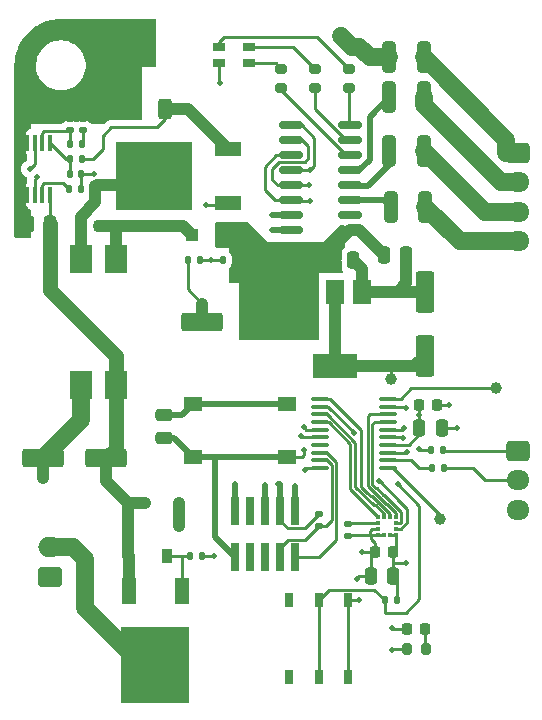
<source format=gtl>
%TF.GenerationSoftware,KiCad,Pcbnew,(6.0.1-0)*%
%TF.CreationDate,2022-12-01T23:09:06-06:00*%
%TF.ProjectId,tackle_sensor_hardware,7461636b-6c65-45f7-9365-6e736f725f68,rev?*%
%TF.SameCoordinates,Original*%
%TF.FileFunction,Copper,L1,Top*%
%TF.FilePolarity,Positive*%
%FSLAX46Y46*%
G04 Gerber Fmt 4.6, Leading zero omitted, Abs format (unit mm)*
G04 Created by KiCad (PCBNEW (6.0.1-0)) date 2022-12-01 23:09:06*
%MOMM*%
%LPD*%
G01*
G04 APERTURE LIST*
G04 Aperture macros list*
%AMRoundRect*
0 Rectangle with rounded corners*
0 $1 Rounding radius*
0 $2 $3 $4 $5 $6 $7 $8 $9 X,Y pos of 4 corners*
0 Add a 4 corners polygon primitive as box body*
4,1,4,$2,$3,$4,$5,$6,$7,$8,$9,$2,$3,0*
0 Add four circle primitives for the rounded corners*
1,1,$1+$1,$2,$3*
1,1,$1+$1,$4,$5*
1,1,$1+$1,$6,$7*
1,1,$1+$1,$8,$9*
0 Add four rect primitives between the rounded corners*
20,1,$1+$1,$2,$3,$4,$5,0*
20,1,$1+$1,$4,$5,$6,$7,0*
20,1,$1+$1,$6,$7,$8,$9,0*
20,1,$1+$1,$8,$9,$2,$3,0*%
G04 Aperture macros list end*
%TA.AperFunction,SMDPad,CuDef*%
%ADD10RoundRect,0.200000X-0.275000X0.200000X-0.275000X-0.200000X0.275000X-0.200000X0.275000X0.200000X0*%
%TD*%
%TA.AperFunction,ComponentPad*%
%ADD11RoundRect,0.250000X-0.725000X0.600000X-0.725000X-0.600000X0.725000X-0.600000X0.725000X0.600000X0*%
%TD*%
%TA.AperFunction,ComponentPad*%
%ADD12O,1.950000X1.700000*%
%TD*%
%TA.AperFunction,SMDPad,CuDef*%
%ADD13R,0.450000X1.450000*%
%TD*%
%TA.AperFunction,SMDPad,CuDef*%
%ADD14RoundRect,0.135000X-0.135000X-0.185000X0.135000X-0.185000X0.135000X0.185000X-0.135000X0.185000X0*%
%TD*%
%TA.AperFunction,SMDPad,CuDef*%
%ADD15R,0.760000X2.400000*%
%TD*%
%TA.AperFunction,SMDPad,CuDef*%
%ADD16C,1.000000*%
%TD*%
%TA.AperFunction,SMDPad,CuDef*%
%ADD17RoundRect,0.250000X0.312500X0.625000X-0.312500X0.625000X-0.312500X-0.625000X0.312500X-0.625000X0*%
%TD*%
%TA.AperFunction,SMDPad,CuDef*%
%ADD18R,0.700000X1.200000*%
%TD*%
%TA.AperFunction,SMDPad,CuDef*%
%ADD19RoundRect,0.225000X0.225000X0.250000X-0.225000X0.250000X-0.225000X-0.250000X0.225000X-0.250000X0*%
%TD*%
%TA.AperFunction,SMDPad,CuDef*%
%ADD20RoundRect,0.250000X0.312500X1.075000X-0.312500X1.075000X-0.312500X-1.075000X0.312500X-1.075000X0*%
%TD*%
%TA.AperFunction,SMDPad,CuDef*%
%ADD21R,0.350000X0.375000*%
%TD*%
%TA.AperFunction,SMDPad,CuDef*%
%ADD22R,0.375000X0.350000*%
%TD*%
%TA.AperFunction,SMDPad,CuDef*%
%ADD23RoundRect,0.225000X-0.225000X-0.250000X0.225000X-0.250000X0.225000X0.250000X-0.225000X0.250000X0*%
%TD*%
%TA.AperFunction,ComponentPad*%
%ADD24RoundRect,0.250000X0.750000X-0.600000X0.750000X0.600000X-0.750000X0.600000X-0.750000X-0.600000X0*%
%TD*%
%TA.AperFunction,ComponentPad*%
%ADD25O,2.000000X1.700000*%
%TD*%
%TA.AperFunction,SMDPad,CuDef*%
%ADD26RoundRect,0.200000X0.200000X0.275000X-0.200000X0.275000X-0.200000X-0.275000X0.200000X-0.275000X0*%
%TD*%
%TA.AperFunction,SMDPad,CuDef*%
%ADD27RoundRect,0.250000X0.250000X0.475000X-0.250000X0.475000X-0.250000X-0.475000X0.250000X-0.475000X0*%
%TD*%
%TA.AperFunction,SMDPad,CuDef*%
%ADD28RoundRect,0.250000X1.500000X0.550000X-1.500000X0.550000X-1.500000X-0.550000X1.500000X-0.550000X0*%
%TD*%
%TA.AperFunction,SMDPad,CuDef*%
%ADD29RoundRect,0.135000X-0.185000X0.135000X-0.185000X-0.135000X0.185000X-0.135000X0.185000X0.135000X0*%
%TD*%
%TA.AperFunction,SMDPad,CuDef*%
%ADD30C,0.254000*%
%TD*%
%TA.AperFunction,SMDPad,CuDef*%
%ADD31RoundRect,0.250000X0.550000X-1.500000X0.550000X1.500000X-0.550000X1.500000X-0.550000X-1.500000X0*%
%TD*%
%TA.AperFunction,SMDPad,CuDef*%
%ADD32R,1.550000X1.300000*%
%TD*%
%TA.AperFunction,SMDPad,CuDef*%
%ADD33RoundRect,0.100000X0.637500X0.100000X-0.637500X0.100000X-0.637500X-0.100000X0.637500X-0.100000X0*%
%TD*%
%TA.AperFunction,SMDPad,CuDef*%
%ADD34RoundRect,0.150000X-0.825000X-0.150000X0.825000X-0.150000X0.825000X0.150000X-0.825000X0.150000X0*%
%TD*%
%TA.AperFunction,SMDPad,CuDef*%
%ADD35RoundRect,0.135000X0.135000X0.185000X-0.135000X0.185000X-0.135000X-0.185000X0.135000X-0.185000X0*%
%TD*%
%TA.AperFunction,SMDPad,CuDef*%
%ADD36R,1.955800X2.362200*%
%TD*%
%TA.AperFunction,SMDPad,CuDef*%
%ADD37R,1.200000X2.200000*%
%TD*%
%TA.AperFunction,SMDPad,CuDef*%
%ADD38R,5.800000X6.400000*%
%TD*%
%TA.AperFunction,SMDPad,CuDef*%
%ADD39RoundRect,0.140000X0.170000X-0.140000X0.170000X0.140000X-0.170000X0.140000X-0.170000X-0.140000X0*%
%TD*%
%TA.AperFunction,SMDPad,CuDef*%
%ADD40RoundRect,0.140000X-0.140000X-0.170000X0.140000X-0.170000X0.140000X0.170000X-0.140000X0.170000X0*%
%TD*%
%TA.AperFunction,SMDPad,CuDef*%
%ADD41RoundRect,0.218750X0.218750X0.256250X-0.218750X0.256250X-0.218750X-0.256250X0.218750X-0.256250X0*%
%TD*%
%TA.AperFunction,SMDPad,CuDef*%
%ADD42R,1.500000X2.000000*%
%TD*%
%TA.AperFunction,SMDPad,CuDef*%
%ADD43R,3.800000X2.000000*%
%TD*%
%TA.AperFunction,SMDPad,CuDef*%
%ADD44RoundRect,0.250000X-0.250000X-0.475000X0.250000X-0.475000X0.250000X0.475000X-0.250000X0.475000X0*%
%TD*%
%TA.AperFunction,SMDPad,CuDef*%
%ADD45R,2.200000X1.200000*%
%TD*%
%TA.AperFunction,SMDPad,CuDef*%
%ADD46R,6.400000X5.800000*%
%TD*%
%TA.AperFunction,SMDPad,CuDef*%
%ADD47R,0.900000X1.200000*%
%TD*%
%TA.AperFunction,SMDPad,CuDef*%
%ADD48R,1.000000X0.800000*%
%TD*%
%TA.AperFunction,SMDPad,CuDef*%
%ADD49RoundRect,0.250000X-0.312500X-1.075000X0.312500X-1.075000X0.312500X1.075000X-0.312500X1.075000X0*%
%TD*%
%TA.AperFunction,SMDPad,CuDef*%
%ADD50RoundRect,0.250000X0.475000X-0.250000X0.475000X0.250000X-0.475000X0.250000X-0.475000X-0.250000X0*%
%TD*%
%TA.AperFunction,SMDPad,CuDef*%
%ADD51R,1.100000X1.100000*%
%TD*%
%TA.AperFunction,ViaPad*%
%ADD52C,0.500000*%
%TD*%
%TA.AperFunction,Conductor*%
%ADD53C,1.016000*%
%TD*%
%TA.AperFunction,Conductor*%
%ADD54C,0.228600*%
%TD*%
%TA.AperFunction,Conductor*%
%ADD55C,1.524000*%
%TD*%
%TA.AperFunction,Conductor*%
%ADD56C,0.508000*%
%TD*%
%TA.AperFunction,Conductor*%
%ADD57C,0.254000*%
%TD*%
%TA.AperFunction,Conductor*%
%ADD58C,1.270000*%
%TD*%
G04 APERTURE END LIST*
D10*
%TO.P,R14,1*%
%TO.N,Net-(D4-Pad3)*%
X143764000Y-74574400D03*
%TO.P,R14,2*%
%TO.N,Net-(R14-Pad2)*%
X143764000Y-76224400D03*
%TD*%
D11*
%TO.P,J3,1,Pin_1*%
%TO.N,Net-(J3-Pad1)*%
X163796200Y-106923200D03*
D12*
%TO.P,J3,2,Pin_2*%
%TO.N,Net-(J3-Pad2)*%
X163796200Y-109423200D03*
%TO.P,J3,3,Pin_3*%
%TO.N,GND*%
X163796200Y-111923200D03*
%TD*%
D13*
%TO.P,U2,1,ISEN*%
%TO.N,Net-(C8-Pad1)*%
X124165000Y-80858000D03*
%TO.P,U2,2,COMP*%
%TO.N,Net-(C5-Pad1)*%
X123515000Y-80858000D03*
%TO.P,U2,3,FB*%
%TO.N,Net-(R8-Pad2)*%
X122865000Y-80858000D03*
%TO.P,U2,4,AGND*%
%TO.N,GND*%
X122215000Y-80858000D03*
%TO.P,U2,5,PGND*%
X122215000Y-85258000D03*
%TO.P,U2,6,DR*%
%TO.N,Net-(Q2-Pad1)*%
X122865000Y-85258000D03*
%TO.P,U2,7,FA/SYNC/SD*%
%TO.N,Net-(R4-Pad1)*%
X123515000Y-85258000D03*
%TO.P,U2,8,VIN*%
%TO.N,Net-(C2-Pad1)*%
X124165000Y-85258000D03*
%TD*%
D14*
%TO.P,R16,1*%
%TO.N,TACKLE_STATUS*%
X156514800Y-108407200D03*
%TO.P,R16,2*%
%TO.N,Net-(J3-Pad2)*%
X157534800Y-108407200D03*
%TD*%
D15*
%TO.P,J1,1,VTref*%
%TO.N,+3V3*%
X144932400Y-112045200D03*
%TO.P,J1,2,SWDIO/TMS*%
%TO.N,/SWDIO*%
X144932400Y-115945200D03*
%TO.P,J1,3,GND*%
%TO.N,GND*%
X143662400Y-112045200D03*
%TO.P,J1,4,SWDCLK/TCK*%
%TO.N,/SWCLK*%
X143662400Y-115945200D03*
%TO.P,J1,5,GND*%
%TO.N,GND*%
X142392400Y-112045200D03*
%TO.P,J1,6,SWO/TDO*%
%TO.N,unconnected-(J1-Pad6)*%
X142392400Y-115945200D03*
%TO.P,J1,7,KEY*%
%TO.N,unconnected-(J1-Pad7)*%
X141122400Y-112045200D03*
%TO.P,J1,8,NC/TDI*%
%TO.N,unconnected-(J1-Pad8)*%
X141122400Y-115945200D03*
%TO.P,J1,9,GNDDetect*%
%TO.N,GND*%
X139852400Y-112045200D03*
%TO.P,J1,10,~{RESET}*%
%TO.N,/RST*%
X139852400Y-115945200D03*
%TD*%
D16*
%TO.P,TP1,1,1*%
%TO.N,GND*%
X135128000Y-111379000D03*
%TD*%
D17*
%TO.P,R7,1*%
%TO.N,Net-(Q2-Pad2)*%
X133938200Y-77978000D03*
%TO.P,R7,2*%
%TO.N,GND*%
X131013200Y-77978000D03*
%TD*%
D14*
%TO.P,R1,1*%
%TO.N,Net-(D1-Pad2)*%
X136017000Y-115824000D03*
%TO.P,R1,2*%
%TO.N,GND*%
X137037000Y-115824000D03*
%TD*%
D18*
%TO.P,SW2,1,A*%
%TO.N,unconnected-(SW2-Pad1)*%
X144439000Y-119559000D03*
%TO.P,SW2,2,B*%
%TO.N,Net-(R5-Pad2)*%
X146939000Y-119559000D03*
%TO.P,SW2,3,C*%
%TO.N,GND*%
X149439000Y-119559000D03*
%TO.P,SW2,4,A*%
%TO.N,unconnected-(SW2-Pad4)*%
X144439000Y-126059000D03*
%TO.P,SW2,5,B*%
%TO.N,Net-(R5-Pad2)*%
X146939000Y-126059000D03*
%TO.P,SW2,6,C*%
%TO.N,GND*%
X149439000Y-126059000D03*
%TD*%
D19*
%TO.P,C11,1*%
%TO.N,+3V3*%
X153238800Y-115519200D03*
%TO.P,C11,2*%
%TO.N,GND*%
X151688800Y-115519200D03*
%TD*%
D20*
%TO.P,R19,1*%
%TO.N,Net-(J4-Pad4)*%
X155934600Y-86258400D03*
%TO.P,R19,2*%
%TO.N,Net-(R19-Pad2)*%
X153009600Y-86258400D03*
%TD*%
%TO.P,R17,1*%
%TO.N,Net-(J4-Pad3)*%
X155833000Y-81534000D03*
%TO.P,R17,2*%
%TO.N,Net-(R17-Pad2)*%
X152908000Y-81534000D03*
%TD*%
D21*
%TO.P,U3,1,SCL/SPC*%
%TO.N,/SPI1_SCK*%
X153454800Y-112521500D03*
%TO.P,U3,2,~{CS}*%
%TO.N,/SPI1_NSS*%
X152954800Y-112521500D03*
%TO.P,U3,3,SA0/SDO*%
%TO.N,/SPI1_MISO*%
X152454800Y-112521500D03*
%TO.P,U3,4,SDA/SDI*%
%TO.N,/SPI1_MOSI*%
X151954800Y-112521500D03*
D22*
%TO.P,U3,5,RES*%
%TO.N,Net-(R10-Pad1)*%
X151942300Y-113034000D03*
%TO.P,U3,6,GND*%
%TO.N,GND*%
X151942300Y-113534000D03*
D21*
%TO.P,U3,7,GND*%
X151954800Y-114046500D03*
%TO.P,U3,8,GND*%
X152454800Y-114046500D03*
%TO.P,U3,9,Vdd*%
%TO.N,+3V3*%
X152954800Y-114046500D03*
%TO.P,U3,10,Vdd_IO*%
X153454800Y-114046500D03*
D22*
%TO.P,U3,11,INT2*%
%TO.N,/ACC_INT2*%
X153467300Y-113534000D03*
%TO.P,U3,12,INT1*%
%TO.N,/ACC_INT1*%
X153467300Y-113034000D03*
%TD*%
D23*
%TO.P,C7,1*%
%TO.N,+3V3*%
X155422000Y-103022400D03*
%TO.P,C7,2*%
%TO.N,GND*%
X156972000Y-103022400D03*
%TD*%
D24*
%TO.P,J2,1,Pin_1*%
%TO.N,GND*%
X124206000Y-117602000D03*
D25*
%TO.P,J2,2,Pin_2*%
%TO.N,Net-(J2-Pad2)*%
X124206000Y-115102000D03*
%TD*%
D26*
%TO.P,R12,1*%
%TO.N,Net-(D3-Pad1)*%
X156006800Y-123748800D03*
%TO.P,R12,2*%
%TO.N,GND*%
X154356800Y-123748800D03*
%TD*%
D27*
%TO.P,C3,1*%
%TO.N,Net-(C2-Pad1)*%
X124206000Y-87757000D03*
%TO.P,C3,2*%
%TO.N,GND*%
X122306000Y-87757000D03*
%TD*%
D28*
%TO.P,C2,1*%
%TO.N,Net-(C2-Pad1)*%
X128938000Y-107569000D03*
%TO.P,C2,2*%
%TO.N,GND*%
X123538000Y-107569000D03*
%TD*%
D29*
%TO.P,R3,1*%
%TO.N,GND*%
X146964400Y-112264000D03*
%TO.P,R3,2*%
%TO.N,/SWCLK*%
X146964400Y-113284000D03*
%TD*%
D10*
%TO.P,R11,1*%
%TO.N,Net-(D4-Pad1)*%
X149453600Y-74574400D03*
%TO.P,R11,2*%
%TO.N,Net-(R11-Pad2)*%
X149453600Y-76224400D03*
%TD*%
D14*
%TO.P,R4,1*%
%TO.N,Net-(R4-Pad1)*%
X125776800Y-84785200D03*
%TO.P,R4,2*%
%TO.N,GND*%
X126796800Y-84785200D03*
%TD*%
D30*
%TO.P,TP11,1,1*%
%TO.N,/SPI1_SCK*%
X152654000Y-111455200D03*
%TD*%
D31*
%TO.P,C15,1*%
%TO.N,+3V3*%
X155905200Y-98864400D03*
%TO.P,C15,2*%
%TO.N,GND*%
X155905200Y-93464400D03*
%TD*%
D32*
%TO.P,SW1,1,1*%
%TO.N,/RST*%
X144238800Y-107456800D03*
X136278800Y-107456800D03*
%TO.P,SW1,2,2*%
%TO.N,GND*%
X144238800Y-102956800D03*
X136278800Y-102956800D03*
%TD*%
D16*
%TO.P,TP7,1,1*%
%TO.N,UART_RX*%
X161950400Y-101650800D03*
%TD*%
D33*
%TO.P,U1,1,PB7/PB8*%
%TO.N,Net-(TP4-Pad1)*%
X152773300Y-108385800D03*
%TO.P,U1,2,PB9/PC14-OSC32_IN*%
%TO.N,TACKLE_STATUS*%
X152773300Y-107735800D03*
%TO.P,U1,3,PC15-OSC32_OUT*%
%TO.N,Net-(R5-Pad2)*%
X152773300Y-107085800D03*
%TO.P,U1,4,VDD*%
%TO.N,+3V3*%
X152773300Y-106435800D03*
%TO.P,U1,5,VSS*%
%TO.N,GND*%
X152773300Y-105785800D03*
%TO.P,U1,6,PF2-NRST*%
%TO.N,/RST*%
X152773300Y-105135800D03*
%TO.P,U1,7,PA0*%
%TO.N,/ACC_INT1*%
X152773300Y-104485800D03*
%TO.P,U1,8,PA1*%
%TO.N,/SPI1_SCK*%
X152773300Y-103835800D03*
%TO.P,U1,9,PA2*%
%TO.N,UART_TX*%
X152773300Y-103185800D03*
%TO.P,U1,10,PA3*%
%TO.N,UART_RX*%
X152773300Y-102535800D03*
%TO.P,U1,11,PA4*%
%TO.N,/SPI1_NSS*%
X147048300Y-102535800D03*
%TO.P,U1,12,PA5*%
%TO.N,/ACC_INT2*%
X147048300Y-103185800D03*
%TO.P,U1,13,PA6*%
%TO.N,/SPI1_MISO*%
X147048300Y-103835800D03*
%TO.P,U1,14,PA7*%
%TO.N,/SPI1_MOSI*%
X147048300Y-104485800D03*
%TO.P,U1,15,PB0/PB1/PB2/PA8*%
%TO.N,B_PWM*%
X147048300Y-105135800D03*
%TO.P,U1,16,PA11[PA9]*%
%TO.N,G_PWM*%
X147048300Y-105785800D03*
%TO.P,U1,17,PA12[PA10]*%
%TO.N,unconnected-(U1-Pad17)*%
X147048300Y-106435800D03*
%TO.P,U1,18,PA13*%
%TO.N,/SWDIO*%
X147048300Y-107085800D03*
%TO.P,U1,19,PA15/PA14-BOOT0*%
%TO.N,/SWCLK*%
X147048300Y-107735800D03*
%TO.P,U1,20,PB3/PB4/PB5/PB6*%
%TO.N,R_PWM*%
X147048300Y-108385800D03*
%TD*%
D14*
%TO.P,R18,1*%
%TO.N,UART_TX*%
X156464000Y-106883200D03*
%TO.P,R18,2*%
%TO.N,Net-(J3-Pad1)*%
X157484000Y-106883200D03*
%TD*%
D27*
%TO.P,C9,1*%
%TO.N,+3V3*%
X153233200Y-117500400D03*
%TO.P,C9,2*%
%TO.N,GND*%
X151333200Y-117500400D03*
%TD*%
D34*
%TO.P,U5,1,I1*%
%TO.N,R_PWM*%
X144591000Y-79375000D03*
%TO.P,U5,2,I2*%
%TO.N,G_PWM*%
X144591000Y-80645000D03*
%TO.P,U5,3,I3*%
%TO.N,B_PWM*%
X144591000Y-81915000D03*
%TO.P,U5,4,I4*%
%TO.N,R_PWM*%
X144591000Y-83185000D03*
%TO.P,U5,5,I5*%
%TO.N,G_PWM*%
X144591000Y-84455000D03*
%TO.P,U5,6,I6*%
%TO.N,B_PWM*%
X144591000Y-85725000D03*
%TO.P,U5,7,I7*%
%TO.N,GND*%
X144591000Y-86995000D03*
%TO.P,U5,8,GND*%
X144591000Y-88265000D03*
%TO.P,U5,9,COM*%
%TO.N,+12V*%
X149541000Y-88265000D03*
%TO.P,U5,10,O7*%
%TO.N,unconnected-(U5-Pad10)*%
X149541000Y-86995000D03*
%TO.P,U5,11,O6*%
%TO.N,Net-(R19-Pad2)*%
X149541000Y-85725000D03*
%TO.P,U5,12,O5*%
%TO.N,Net-(R17-Pad2)*%
X149541000Y-84455000D03*
%TO.P,U5,13,O4*%
%TO.N,Net-(R15-Pad2)*%
X149541000Y-83185000D03*
%TO.P,U5,14,O3*%
%TO.N,Net-(R14-Pad2)*%
X149541000Y-81915000D03*
%TO.P,U5,15,O2*%
%TO.N,Net-(R13-Pad2)*%
X149541000Y-80645000D03*
%TO.P,U5,16,O1*%
%TO.N,Net-(R11-Pad2)*%
X149541000Y-79375000D03*
%TD*%
D30*
%TO.P,TP13,1,1*%
%TO.N,/ACC_INT1*%
X152400000Y-110642400D03*
%TD*%
%TO.P,TP8,1,1*%
%TO.N,/SPI1_NSS*%
X151028400Y-110490000D03*
%TD*%
D35*
%TO.P,R9,1*%
%TO.N,Net-(R8-Pad2)*%
X136855200Y-90779600D03*
%TO.P,R9,2*%
%TO.N,GND*%
X135835200Y-90779600D03*
%TD*%
D14*
%TO.P,R2,1*%
%TO.N,Net-(C5-Pad1)*%
X125827600Y-80970000D03*
%TO.P,R2,2*%
%TO.N,Net-(C6-Pad1)*%
X126847600Y-80970000D03*
%TD*%
D36*
%TO.P,T1,1,AA*%
%TO.N,Net-(C10-Pad1)*%
X129770000Y-90690700D03*
%TO.P,T1,2,AB*%
%TO.N,Net-(C10-Pad2)*%
X126770000Y-90690700D03*
%TO.P,T1,3,SA*%
%TO.N,GND*%
X126770000Y-101333300D03*
%TO.P,T1,4,SB*%
%TO.N,Net-(C2-Pad1)*%
X129770000Y-101333300D03*
%TD*%
D35*
%TO.P,R8,1*%
%TO.N,+12V*%
X139801600Y-90779600D03*
%TO.P,R8,2*%
%TO.N,Net-(R8-Pad2)*%
X138781600Y-90779600D03*
%TD*%
%TO.P,R5,1*%
%TO.N,+3V3*%
X153519600Y-119583200D03*
%TO.P,R5,2*%
%TO.N,Net-(R5-Pad2)*%
X152499600Y-119583200D03*
%TD*%
D37*
%TO.P,Q1,1,G*%
%TO.N,Net-(D1-Pad2)*%
X135377000Y-118771000D03*
D38*
%TO.P,Q1,2,D*%
%TO.N,Net-(J2-Pad2)*%
X133097000Y-125071000D03*
D37*
%TO.P,Q1,3,S*%
%TO.N,Net-(C2-Pad1)*%
X130817000Y-118771000D03*
%TD*%
D39*
%TO.P,C6,1*%
%TO.N,Net-(C6-Pad1)*%
X127000000Y-79801600D03*
%TO.P,C6,2*%
%TO.N,GND*%
X127000000Y-78841600D03*
%TD*%
D10*
%TO.P,R13,1*%
%TO.N,Net-(D4-Pad4)*%
X146608800Y-74574400D03*
%TO.P,R13,2*%
%TO.N,Net-(R13-Pad2)*%
X146608800Y-76224400D03*
%TD*%
D40*
%TO.P,C8,1*%
%TO.N,Net-(C8-Pad1)*%
X125831600Y-83459200D03*
%TO.P,C8,2*%
%TO.N,GND*%
X126791600Y-83459200D03*
%TD*%
D41*
%TO.P,D3,1,K*%
%TO.N,Net-(D3-Pad1)*%
X155943800Y-122021600D03*
%TO.P,D3,2,A*%
%TO.N,+3V3*%
X154368800Y-122021600D03*
%TD*%
D14*
%TO.P,R6,1*%
%TO.N,Net-(C8-Pad1)*%
X125829600Y-82189200D03*
%TO.P,R6,2*%
%TO.N,Net-(Q2-Pad2)*%
X126849600Y-82189200D03*
%TD*%
D39*
%TO.P,C5,1*%
%TO.N,Net-(C5-Pad1)*%
X125831600Y-79801600D03*
%TO.P,C5,2*%
%TO.N,GND*%
X125831600Y-78841600D03*
%TD*%
D11*
%TO.P,J4,1,Pin_1*%
%TO.N,Net-(F1-Pad2)*%
X163796200Y-81701000D03*
D12*
%TO.P,J4,2,Pin_2*%
%TO.N,Net-(J4-Pad2)*%
X163796200Y-84201000D03*
%TO.P,J4,3,Pin_3*%
%TO.N,Net-(J4-Pad3)*%
X163796200Y-86701000D03*
%TO.P,J4,4,Pin_4*%
%TO.N,Net-(J4-Pad4)*%
X163796200Y-89201000D03*
%TD*%
D19*
%TO.P,C10,1*%
%TO.N,Net-(C10-Pad1)*%
X128320800Y-87884000D03*
%TO.P,C10,2*%
%TO.N,Net-(C10-Pad2)*%
X126770800Y-87884000D03*
%TD*%
D42*
%TO.P,U4,1,GND*%
%TO.N,GND*%
X150585200Y-93471600D03*
%TO.P,U4,2,VO*%
%TO.N,+3V3*%
X148285200Y-93471600D03*
D43*
X148285200Y-99771600D03*
D42*
%TO.P,U4,3,VI*%
%TO.N,+12V*%
X145985200Y-93471600D03*
%TD*%
D44*
%TO.P,C14,1*%
%TO.N,+12V*%
X152430400Y-90322400D03*
%TO.P,C14,2*%
%TO.N,GND*%
X154330400Y-90322400D03*
%TD*%
D28*
%TO.P,C12,1*%
%TO.N,+12V*%
X142652400Y-96012000D03*
%TO.P,C12,2*%
%TO.N,GND*%
X137052400Y-96012000D03*
%TD*%
D44*
%TO.P,C13,1*%
%TO.N,+12V*%
X147960000Y-90779600D03*
%TO.P,C13,2*%
%TO.N,GND*%
X149860000Y-90779600D03*
%TD*%
D30*
%TO.P,TP2,1,1*%
%TO.N,/RST*%
X138176000Y-109931200D03*
%TD*%
%TO.P,TP10,1,1*%
%TO.N,/SPI1_MISO*%
X151688800Y-111556800D03*
%TD*%
D45*
%TO.P,Q2,1,G*%
%TO.N,Net-(Q2-Pad1)*%
X139242200Y-85946600D03*
D46*
%TO.P,Q2,2,D*%
%TO.N,Net-(C10-Pad2)*%
X132942200Y-83666600D03*
D45*
%TO.P,Q2,3,S*%
%TO.N,Net-(Q2-Pad2)*%
X139242200Y-81386600D03*
%TD*%
D30*
%TO.P,TP14,1,1*%
%TO.N,/ACC_INT2*%
X153822400Y-111252000D03*
%TD*%
D44*
%TO.P,C4,1*%
%TO.N,+3V3*%
X155427600Y-105003600D03*
%TO.P,C4,2*%
%TO.N,GND*%
X157327600Y-105003600D03*
%TD*%
D47*
%TO.P,D1,1,K*%
%TO.N,Net-(C2-Pad1)*%
X130811000Y-115824000D03*
%TO.P,D1,2,A*%
%TO.N,Net-(D1-Pad2)*%
X134111000Y-115824000D03*
%TD*%
D16*
%TO.P,TP4,1,1*%
%TO.N,Net-(TP4-Pad1)*%
X157226000Y-112725200D03*
%TD*%
D29*
%TO.P,R10,1*%
%TO.N,Net-(R10-Pad1)*%
X149402800Y-113127600D03*
%TO.P,R10,2*%
%TO.N,GND*%
X149402800Y-114147600D03*
%TD*%
D16*
%TO.P,TP3,1,1*%
%TO.N,Net-(C2-Pad1)*%
X132207000Y-111379000D03*
%TD*%
D48*
%TO.P,D4,1,A*%
%TO.N,Net-(D4-Pad1)*%
X138500800Y-72706000D03*
%TO.P,D4,2,RK*%
%TO.N,+12V*%
X138500800Y-74106000D03*
%TO.P,D4,3,GK*%
%TO.N,Net-(D4-Pad3)*%
X141000800Y-74106000D03*
%TO.P,D4,4,BK*%
%TO.N,Net-(D4-Pad4)*%
X141000800Y-72706000D03*
%TD*%
D20*
%TO.P,R15,1*%
%TO.N,Net-(J4-Pad2)*%
X155803600Y-77012800D03*
%TO.P,R15,2*%
%TO.N,Net-(R15-Pad2)*%
X152878600Y-77012800D03*
%TD*%
D49*
%TO.P,F1,1*%
%TO.N,+12V*%
X152878600Y-73609200D03*
%TO.P,F1,2*%
%TO.N,Net-(F1-Pad2)*%
X155803600Y-73609200D03*
%TD*%
D30*
%TO.P,TP9,1,1*%
%TO.N,/SPI1_MOSI*%
X150317200Y-110896400D03*
%TD*%
D16*
%TO.P,TP15,1,1*%
%TO.N,+3V3*%
X153060400Y-100838000D03*
%TD*%
D50*
%TO.P,C1,1*%
%TO.N,/RST*%
X133858000Y-105816400D03*
%TO.P,C1,2*%
%TO.N,GND*%
X133858000Y-103916400D03*
%TD*%
D51*
%TO.P,D2,1,K*%
%TO.N,+12V*%
X138988800Y-88646000D03*
%TO.P,D2,2,A*%
%TO.N,Net-(C10-Pad1)*%
X136188800Y-88646000D03*
%TD*%
D16*
%TO.P,TP12,1,1*%
%TO.N,+12V*%
X148793200Y-71780400D03*
%TD*%
D52*
%TO.N,GND*%
X127914400Y-83464400D03*
X131064000Y-75438000D03*
X143002000Y-88239600D03*
X130048000Y-74549000D03*
X131064000Y-73660000D03*
X139852400Y-109728000D03*
X137058400Y-94488000D03*
X132080000Y-73660000D03*
X150571200Y-115519200D03*
X150317200Y-119532400D03*
X158623000Y-105029000D03*
X143510000Y-109778800D03*
X130048000Y-75438000D03*
X137907200Y-102956800D03*
X157988000Y-103022400D03*
X130048000Y-71628000D03*
X131064000Y-71628000D03*
X131064000Y-74549000D03*
X142392400Y-109829600D03*
X153618800Y-93471600D03*
X132080000Y-72644000D03*
X135128000Y-113284000D03*
X132080000Y-71628000D03*
X154076400Y-105867200D03*
X138049000Y-115824000D03*
X131064000Y-76327000D03*
X150164800Y-117754400D03*
X130048000Y-72644000D03*
X130048000Y-76327000D03*
X123571000Y-109220000D03*
X131064000Y-72644000D03*
X153111200Y-123799600D03*
X142951200Y-86969600D03*
X130048000Y-73660000D03*
%TO.N,+3V3*%
X154279600Y-116433600D03*
X152704400Y-99771600D03*
X144932400Y-109880400D03*
X155422000Y-103910800D03*
X153162000Y-121970800D03*
%TO.N,+12V*%
X138582400Y-75793600D03*
X150368000Y-72745600D03*
X141249400Y-89636600D03*
%TO.N,R_PWM*%
X146202400Y-83159600D03*
X145796000Y-108559600D03*
%TO.N,G_PWM*%
X145440400Y-105664000D03*
X146100800Y-84429600D03*
%TO.N,B_PWM*%
X145643600Y-104902000D03*
X146151600Y-85801200D03*
%TO.N,/RST*%
X145694400Y-106883200D03*
X154127200Y-105003600D03*
%TO.N,UART_TX*%
X155448000Y-106807000D03*
X154330400Y-103276400D03*
%TO.N,/ACC_INT2*%
X149936200Y-105384600D03*
X151993600Y-109524800D03*
%TO.N,Net-(Q2-Pad1)*%
X137363200Y-86106000D03*
X123088400Y-83769200D03*
%TO.N,Net-(R5-Pad2)*%
X154432000Y-107035600D03*
X153619200Y-109778800D03*
%TO.N,Net-(R8-Pad2)*%
X122478800Y-83058000D03*
X137769600Y-90779600D03*
%TD*%
D53*
%TO.N,GND*%
X153626000Y-93464400D02*
X153618800Y-93471600D01*
D54*
X149503900Y-114046500D02*
X151384500Y-114046500D01*
D55*
X126770000Y-104337000D02*
X123538000Y-107569000D01*
D56*
X144591000Y-88265000D02*
X143027400Y-88265000D01*
D53*
X155905200Y-93464400D02*
X153626000Y-93464400D01*
D54*
X151438800Y-113534000D02*
X151282400Y-113690400D01*
D53*
X137052400Y-96012000D02*
X137052400Y-94494000D01*
D54*
X145742389Y-113486011D02*
X144283211Y-113486011D01*
D57*
X157327600Y-105003600D02*
X158597600Y-105003600D01*
D54*
X151384500Y-114402100D02*
X151384500Y-114046500D01*
X151384500Y-114046500D02*
X151954800Y-114046500D01*
X149439000Y-126059000D02*
X149439000Y-119559000D01*
X146964400Y-112264000D02*
X145742389Y-113486011D01*
D56*
X142392400Y-112045200D02*
X142392400Y-109829600D01*
D54*
X151688800Y-115519200D02*
X150622000Y-115519200D01*
X149439000Y-119559000D02*
X150290600Y-119559000D01*
D53*
X123538000Y-109187000D02*
X123571000Y-109220000D01*
D54*
X153162000Y-123748800D02*
X153111200Y-123799600D01*
D53*
X137052400Y-94494000D02*
X137058400Y-94488000D01*
D54*
X157937200Y-103022400D02*
X157988000Y-103022400D01*
X151282400Y-113944400D02*
X151384500Y-114046500D01*
X150164800Y-117703600D02*
X150164800Y-117754400D01*
D53*
X150585200Y-93471600D02*
X153618800Y-93471600D01*
D56*
X136278800Y-102956800D02*
X137835200Y-102956800D01*
D57*
X126791600Y-83459200D02*
X126791600Y-84780000D01*
D54*
X144283211Y-113486011D02*
X143662400Y-112865200D01*
D56*
X135319200Y-103916400D02*
X136278800Y-102956800D01*
X133858000Y-103916400D02*
X135319200Y-103916400D01*
D55*
X126770000Y-101333300D02*
X126770000Y-104337000D01*
D54*
X150368000Y-117500400D02*
X150164800Y-117703600D01*
X151333200Y-117500400D02*
X150368000Y-117500400D01*
D53*
X150585200Y-93471600D02*
X150585200Y-91504800D01*
D56*
X143662400Y-109778800D02*
X143510000Y-109778800D01*
D57*
X135835200Y-90779600D02*
X135835200Y-93264800D01*
D56*
X144238800Y-102956800D02*
X137907200Y-102956800D01*
D54*
X152454800Y-114046500D02*
X151954800Y-114046500D01*
D53*
X154330400Y-90322400D02*
X154330400Y-92760000D01*
X150585200Y-91504800D02*
X149860000Y-90779600D01*
D54*
X154025600Y-105867200D02*
X154076400Y-105867200D01*
D57*
X127909200Y-83459200D02*
X127914400Y-83464400D01*
D53*
X135128000Y-111379000D02*
X135128000Y-113284000D01*
D57*
X137037000Y-115824000D02*
X138049000Y-115824000D01*
D54*
X149402800Y-114147600D02*
X149503900Y-114046500D01*
X152773300Y-105785800D02*
X153944200Y-105785800D01*
X150622000Y-115519200D02*
X150571200Y-115519200D01*
X154356800Y-123748800D02*
X153162000Y-123748800D01*
X151688800Y-114706400D02*
X151384500Y-114402100D01*
D53*
X123538000Y-107569000D02*
X123538000Y-109187000D01*
D56*
X143662400Y-112045200D02*
X143662400Y-109778800D01*
D54*
X151282400Y-113690400D02*
X151282400Y-113944400D01*
D57*
X135835200Y-93264800D02*
X137058400Y-94488000D01*
D54*
X151942300Y-113534000D02*
X151438800Y-113534000D01*
X156972000Y-103022400D02*
X157937200Y-103022400D01*
X151333200Y-117500400D02*
X151333200Y-115874800D01*
D56*
X144591000Y-86995000D02*
X142976600Y-86995000D01*
D54*
X151688800Y-115519200D02*
X151688800Y-114706400D01*
D53*
X154330400Y-92760000D02*
X153626000Y-93464400D01*
D54*
X151333200Y-115874800D02*
X151688800Y-115519200D01*
X153944200Y-105785800D02*
X154025600Y-105867200D01*
X143662400Y-112865200D02*
X143662400Y-112045200D01*
D56*
X139852400Y-112045200D02*
X139852400Y-109728000D01*
D54*
X150290600Y-119559000D02*
X150317200Y-119532400D01*
D57*
X126791600Y-83459200D02*
X127909200Y-83459200D01*
D56*
X143027400Y-88265000D02*
X143002000Y-88239600D01*
D57*
X126791600Y-84780000D02*
X126796800Y-84785200D01*
X158597600Y-105003600D02*
X158623000Y-105029000D01*
D56*
X142976600Y-86995000D02*
X142951200Y-86969600D01*
D55*
%TO.N,Net-(F1-Pad2)*%
X155803600Y-73609200D02*
X162814000Y-80619600D01*
X162814000Y-80619600D02*
X162814000Y-81701000D01*
X162814000Y-81701000D02*
X163796200Y-81701000D01*
%TO.N,Net-(J2-Pad2)*%
X126151000Y-115102000D02*
X127127000Y-116078000D01*
X127127000Y-120269000D02*
X131929000Y-125071000D01*
X131929000Y-125071000D02*
X133097000Y-125071000D01*
X127127000Y-116078000D02*
X127127000Y-120269000D01*
X124206000Y-115102000D02*
X126151000Y-115102000D01*
D54*
%TO.N,+3V3*%
X153519600Y-117786800D02*
X153233200Y-117500400D01*
X153233200Y-117500400D02*
X153233200Y-116403200D01*
X153454800Y-115303200D02*
X153238800Y-115519200D01*
D53*
X148285200Y-99771600D02*
X152704400Y-99771600D01*
X154998000Y-99771600D02*
X155905200Y-98864400D01*
D54*
X155427600Y-105532000D02*
X154523800Y-106435800D01*
X153233200Y-115524800D02*
X153238800Y-115519200D01*
X153233200Y-116403200D02*
X153233200Y-115524800D01*
X152954800Y-114046500D02*
X153454800Y-114046500D01*
X155422000Y-104998000D02*
X155427600Y-105003600D01*
D53*
X148285200Y-93471600D02*
X148285200Y-99771600D01*
D54*
X153233200Y-116403200D02*
X154249200Y-116403200D01*
X153212800Y-122021600D02*
X153162000Y-121970800D01*
X153454800Y-114046500D02*
X153454800Y-115303200D01*
D56*
X144932400Y-112045200D02*
X144932400Y-109880400D01*
D54*
X154523800Y-106435800D02*
X152773300Y-106435800D01*
D53*
X152704400Y-99771600D02*
X154998000Y-99771600D01*
D57*
X153060400Y-100838000D02*
X153060400Y-100127600D01*
D54*
X155422000Y-103022400D02*
X155422000Y-103910800D01*
X153519600Y-119583200D02*
X153519600Y-117786800D01*
D57*
X153060400Y-100127600D02*
X152704400Y-99771600D01*
D54*
X154249200Y-116403200D02*
X154279600Y-116433600D01*
X155422000Y-103910800D02*
X155422000Y-104998000D01*
X155427600Y-105003600D02*
X155427600Y-105532000D01*
X154368800Y-122021600D02*
X153212800Y-122021600D01*
%TO.N,/SWDIO*%
X148381731Y-114508269D02*
X146944800Y-115945200D01*
X147617792Y-107085800D02*
X148381731Y-107849739D01*
X148381731Y-107849739D02*
X148381731Y-114508269D01*
X147048300Y-107085800D02*
X147617792Y-107085800D01*
X146944800Y-115945200D02*
X144932400Y-115945200D01*
D57*
%TO.N,Net-(C8-Pad1)*%
X125829600Y-82189200D02*
X125829600Y-83457200D01*
X125496200Y-82189200D02*
X124165000Y-80858000D01*
X125829600Y-83457200D02*
X125831600Y-83459200D01*
X125829600Y-82189200D02*
X125496200Y-82189200D01*
%TO.N,Net-(C6-Pad1)*%
X127000000Y-79801600D02*
X127000000Y-80817600D01*
X127000000Y-80817600D02*
X126847600Y-80970000D01*
%TO.N,Net-(R4-Pad1)*%
X125271089Y-84279489D02*
X123686489Y-84279489D01*
X125776800Y-84785200D02*
X125271089Y-84279489D01*
X123515000Y-84450978D02*
X123515000Y-85258000D01*
X123686489Y-84279489D02*
X123515000Y-84450978D01*
%TO.N,+12V*%
X138582400Y-75742800D02*
X138582400Y-75793600D01*
D53*
X147700000Y-91039600D02*
X147960000Y-90779600D01*
X142652400Y-91039600D02*
X147700000Y-91039600D01*
D57*
X139801600Y-89458800D02*
X138988800Y-88646000D01*
X139801600Y-90779600D02*
X139801600Y-89458800D01*
D53*
X147960000Y-90779600D02*
X147960000Y-89846000D01*
D55*
X149758400Y-72745600D02*
X148793200Y-71780400D01*
D53*
X145985200Y-93471600D02*
X142658800Y-93471600D01*
X142652400Y-96012000D02*
X142652400Y-93478000D01*
D55*
X151231600Y-73609200D02*
X150368000Y-72745600D01*
D57*
X138500800Y-75661200D02*
X138582400Y-75742800D01*
D55*
X152878600Y-73609200D02*
X151231600Y-73609200D01*
D53*
X150373000Y-88265000D02*
X152430400Y-90322400D01*
X142652400Y-91039600D02*
X140258800Y-88646000D01*
D55*
X150368000Y-72745600D02*
X149758400Y-72745600D01*
D53*
X140258800Y-88646000D02*
X138988800Y-88646000D01*
X142658800Y-93471600D02*
X142652400Y-93478000D01*
X149541000Y-88265000D02*
X150373000Y-88265000D01*
X147960000Y-89846000D02*
X149541000Y-88265000D01*
D57*
X138500800Y-74106000D02*
X138500800Y-75661200D01*
D53*
X142652400Y-93478000D02*
X142652400Y-91039600D01*
D54*
%TO.N,/SWCLK*%
X144311589Y-114504389D02*
X143662400Y-115153578D01*
X146964400Y-113284000D02*
X145744011Y-114504389D01*
X147574000Y-113284000D02*
X148026620Y-112831380D01*
X143662400Y-115153578D02*
X143662400Y-115945200D01*
X147617792Y-107735800D02*
X147048300Y-107735800D01*
X148026620Y-108144628D02*
X147617792Y-107735800D01*
X148026620Y-112831380D02*
X148026620Y-108144628D01*
X145744011Y-114504389D02*
X144311589Y-114504389D01*
X146964400Y-113284000D02*
X147574000Y-113284000D01*
D57*
%TO.N,R_PWM*%
X145465800Y-79375000D02*
X146558000Y-80467200D01*
X146558000Y-80467200D02*
X146558000Y-82804000D01*
X146558000Y-82804000D02*
X146202400Y-83159600D01*
D54*
X145969800Y-108385800D02*
X145796000Y-108559600D01*
X147048300Y-108385800D02*
X145969800Y-108385800D01*
D57*
X144591000Y-79375000D02*
X145465800Y-79375000D01*
D54*
X146202400Y-83159600D02*
X144616400Y-83159600D01*
X144616400Y-83159600D02*
X144591000Y-83185000D01*
D57*
%TO.N,G_PWM*%
X143591480Y-82468520D02*
X143002000Y-83058000D01*
X143484600Y-84455000D02*
X144591000Y-84455000D01*
X144591000Y-80645000D02*
X145542000Y-80645000D01*
D54*
X147048300Y-105785800D02*
X145562200Y-105785800D01*
D57*
X143002000Y-83058000D02*
X143002000Y-83972400D01*
D54*
X146100800Y-84429600D02*
X144616400Y-84429600D01*
D57*
X146050000Y-82169000D02*
X145750480Y-82468520D01*
D54*
X145562200Y-105785800D02*
X145440400Y-105664000D01*
D57*
X145750480Y-82468520D02*
X143591480Y-82468520D01*
X143002000Y-83972400D02*
X143484600Y-84455000D01*
X146050000Y-81153000D02*
X146050000Y-82169000D01*
X145542000Y-80645000D02*
X146050000Y-81153000D01*
D54*
X144616400Y-84429600D02*
X144591000Y-84455000D01*
D57*
%TO.N,B_PWM*%
X142341600Y-84810600D02*
X142341600Y-82905600D01*
X143256000Y-85725000D02*
X142341600Y-84810600D01*
X142341600Y-82905600D02*
X143332200Y-81915000D01*
D54*
X147048300Y-105135800D02*
X145877400Y-105135800D01*
X145877400Y-105135800D02*
X145643600Y-104902000D01*
X144667200Y-85801200D02*
X144591000Y-85725000D01*
D57*
X144591000Y-85725000D02*
X143256000Y-85725000D01*
X143332200Y-81915000D02*
X144591000Y-81915000D01*
D54*
X146151600Y-85801200D02*
X144667200Y-85801200D01*
%TO.N,TACKLE_STATUS*%
X155397200Y-108407200D02*
X154725800Y-107735800D01*
X154725800Y-107735800D02*
X152773300Y-107735800D01*
X156514800Y-108407200D02*
X155397200Y-108407200D01*
D57*
%TO.N,Net-(J3-Pad1)*%
X157534800Y-106934000D02*
X163785400Y-106934000D01*
X163785400Y-106934000D02*
X163796200Y-106923200D01*
X157484000Y-106883200D02*
X157534800Y-106934000D01*
%TO.N,/RST*%
X152773300Y-105135800D02*
X153995000Y-105135800D01*
X145694400Y-107289600D02*
X145527200Y-107456800D01*
D56*
X136278800Y-107456800D02*
X138212000Y-107456800D01*
D57*
X153995000Y-105135800D02*
X154127200Y-105003600D01*
D56*
X139852400Y-115945200D02*
X138176000Y-114268800D01*
X138176000Y-114268800D02*
X138176000Y-107492800D01*
D57*
X145527200Y-107456800D02*
X144238800Y-107456800D01*
D56*
X138176000Y-107492800D02*
X138212000Y-107456800D01*
X138212000Y-107456800D02*
X144238800Y-107456800D01*
X134638400Y-105816400D02*
X136278800Y-107456800D01*
D57*
X145694400Y-106883200D02*
X145694400Y-107289600D01*
D56*
X133858000Y-105816400D02*
X134638400Y-105816400D01*
D57*
%TO.N,Net-(R11-Pad2)*%
X149453600Y-79287600D02*
X149541000Y-79375000D01*
X149453600Y-76224400D02*
X149453600Y-79287600D01*
D54*
%TO.N,Net-(D3-Pad1)*%
X155943800Y-122021600D02*
X155943800Y-123685800D01*
X155943800Y-123685800D02*
X156006800Y-123748800D01*
D57*
%TO.N,Net-(J3-Pad2)*%
X162941000Y-109434000D02*
X162498400Y-109434000D01*
X162498400Y-109434000D02*
X162509200Y-109423200D01*
X159969200Y-108407200D02*
X157534800Y-108407200D01*
X160996000Y-109434000D02*
X159969200Y-108407200D01*
X162509200Y-109423200D02*
X163796200Y-109423200D01*
X162498400Y-109434000D02*
X160996000Y-109434000D01*
D54*
%TO.N,UART_TX*%
X155524200Y-106883200D02*
X155448000Y-106807000D01*
X154239800Y-103185800D02*
X154330400Y-103276400D01*
X152773300Y-103185800D02*
X154239800Y-103185800D01*
X156464000Y-106883200D02*
X155524200Y-106883200D01*
%TO.N,/SPI1_SCK*%
X152773300Y-103835800D02*
X151281800Y-103835800D01*
X152732622Y-111455200D02*
X152654000Y-111455200D01*
X151094689Y-104022911D02*
X151094689Y-109946689D01*
X153454800Y-112177378D02*
X152732622Y-111455200D01*
X151094689Y-109946689D02*
X151574989Y-110426989D01*
X151281800Y-103835800D02*
X151094689Y-104022911D01*
X151625789Y-110426989D02*
X152654000Y-111455200D01*
X153454800Y-112521500D02*
X153454800Y-112177378D01*
X151574989Y-110426989D02*
X151625789Y-110426989D01*
%TO.N,/SPI1_NSS*%
X152954800Y-112521500D02*
X152954800Y-112276164D01*
X152954800Y-112276164D02*
X151473436Y-110794800D01*
X150505401Y-109967001D02*
X150505401Y-105184749D01*
X151028400Y-110490000D02*
X151333200Y-110794800D01*
X150505401Y-105184749D02*
X147856452Y-102535800D01*
X151333200Y-110794800D02*
X151473436Y-110794800D01*
X151028400Y-110490000D02*
X150505401Y-109967001D01*
X147856452Y-102535800D02*
X147048300Y-102535800D01*
%TO.N,/SPI1_MISO*%
X151575036Y-111556800D02*
X151688800Y-111556800D01*
X147048300Y-103835800D02*
X147617792Y-103835800D01*
X152454800Y-112278366D02*
X151733234Y-111556800D01*
X150012400Y-109994164D02*
X151575036Y-111556800D01*
X152454800Y-112521500D02*
X152454800Y-112278366D01*
X150012400Y-106230408D02*
X150012400Y-109994164D01*
X151733234Y-111556800D02*
X151688800Y-111556800D01*
X147617792Y-103835800D02*
X150012400Y-106230408D01*
%TO.N,/SPI1_MOSI*%
X147048300Y-104485800D02*
X147765590Y-104485800D01*
X150317200Y-110896400D02*
X151942300Y-112521500D01*
X151942300Y-112521500D02*
X151954800Y-112521500D01*
X149606000Y-110185200D02*
X150317200Y-110896400D01*
X149606000Y-106326210D02*
X149606000Y-110185200D01*
X147765590Y-104485800D02*
X149606000Y-106326210D01*
%TO.N,/ACC_INT2*%
X153883400Y-113534000D02*
X154432000Y-112985400D01*
X154432000Y-112985400D02*
X154432000Y-111861600D01*
X154432000Y-111861600D02*
X153822400Y-111252000D01*
X147737400Y-103185800D02*
X147048300Y-103185800D01*
X149961600Y-105410000D02*
X147737400Y-103185800D01*
X152095200Y-109524800D02*
X151993600Y-109524800D01*
X153822400Y-111252000D02*
X152095200Y-109524800D01*
X153467300Y-113534000D02*
X153883400Y-113534000D01*
%TO.N,/ACC_INT1*%
X153881198Y-112101574D02*
X152879713Y-111100089D01*
X153467300Y-113034000D02*
X153881198Y-113034000D01*
X151647800Y-104485800D02*
X151449799Y-104683801D01*
X152419822Y-110642400D02*
X152400000Y-110642400D01*
X152773300Y-104485800D02*
X151647800Y-104485800D01*
X152877512Y-111100090D02*
X152419822Y-110642400D01*
X151449799Y-104683801D02*
X151449799Y-109793799D01*
X153881198Y-113034000D02*
X153881198Y-112101574D01*
X152879713Y-111100089D02*
X152877512Y-111100090D01*
X151449799Y-109793799D02*
X151739600Y-110083600D01*
X151841200Y-110083600D02*
X152400000Y-110642400D01*
X151739600Y-110083600D02*
X151841200Y-110083600D01*
D57*
%TO.N,UART_RX*%
X161950400Y-101650800D02*
X154762200Y-101650800D01*
D54*
X152773300Y-102535800D02*
X153877200Y-102535800D01*
X153877200Y-102535800D02*
X154762200Y-101650800D01*
D58*
%TO.N,Net-(C2-Pad1)*%
X129770000Y-101333300D02*
X129770000Y-98882200D01*
D57*
X124165000Y-85258000D02*
X124165000Y-87716000D01*
D53*
X130817000Y-118771000D02*
X130817000Y-115830000D01*
D58*
X124206000Y-93318200D02*
X124206000Y-87757000D01*
D53*
X128938000Y-107569000D02*
X128938000Y-109507000D01*
X130811000Y-115824000D02*
X130811000Y-111380000D01*
D58*
X129770000Y-101333300D02*
X129770000Y-106737000D01*
X129770000Y-98882200D02*
X124206000Y-93318200D01*
D53*
X130817000Y-115830000D02*
X130811000Y-115824000D01*
D58*
X129770000Y-106737000D02*
X128938000Y-107569000D01*
D53*
X130811000Y-111380000D02*
X130810000Y-111379000D01*
D57*
X124165000Y-87716000D02*
X124206000Y-87757000D01*
D53*
X130810000Y-111379000D02*
X132207000Y-111379000D01*
X128938000Y-109507000D02*
X130811000Y-111380000D01*
D57*
%TO.N,Net-(C5-Pad1)*%
X125831600Y-79801600D02*
X125831600Y-80966000D01*
X123515000Y-80050978D02*
X123686489Y-79879489D01*
X123515000Y-80858000D02*
X123515000Y-80050978D01*
X125831600Y-80966000D02*
X125827600Y-80970000D01*
X123686489Y-79879489D02*
X125753711Y-79879489D01*
X125753711Y-79879489D02*
X125831600Y-79801600D01*
D53*
%TO.N,Net-(C10-Pad1)*%
X135426800Y-87884000D02*
X136188800Y-88646000D01*
X129770000Y-90690700D02*
X129770000Y-88060400D01*
X129946400Y-87884000D02*
X135426800Y-87884000D01*
X128320800Y-87884000D02*
X129946400Y-87884000D01*
X129770000Y-88060400D02*
X129946400Y-87884000D01*
%TO.N,Net-(C10-Pad2)*%
X132206899Y-84401901D02*
X128150327Y-84401901D01*
X126770800Y-87097200D02*
X126770800Y-87884000D01*
X132942200Y-83666600D02*
X132206899Y-84401901D01*
X128016000Y-84536228D02*
X128016000Y-85852000D01*
X126770000Y-90690700D02*
X126770000Y-87884800D01*
X126770000Y-87884800D02*
X126770800Y-87884000D01*
X128150327Y-84401901D02*
X128016000Y-84536228D01*
X128016000Y-85852000D02*
X126770800Y-87097200D01*
D57*
%TO.N,Net-(D1-Pad2)*%
X135382000Y-115824000D02*
X134111000Y-115824000D01*
X135377000Y-118771000D02*
X135377000Y-115829000D01*
X135377000Y-115829000D02*
X135382000Y-115824000D01*
X136017000Y-115824000D02*
X135382000Y-115824000D01*
D54*
%TO.N,Net-(D4-Pad1)*%
X146761200Y-71882000D02*
X138938000Y-71882000D01*
X138938000Y-71882000D02*
X138500800Y-72319200D01*
X138500800Y-72319200D02*
X138500800Y-72706000D01*
X149453600Y-74574400D02*
X146761200Y-71882000D01*
D57*
%TO.N,Net-(D4-Pad3)*%
X143764000Y-74574400D02*
X143295600Y-74106000D01*
X143295600Y-74106000D02*
X141000800Y-74106000D01*
%TO.N,Net-(D4-Pad4)*%
X144740400Y-72706000D02*
X141000800Y-72706000D01*
X146608800Y-74574400D02*
X144740400Y-72706000D01*
D55*
%TO.N,Net-(J4-Pad2)*%
X155803600Y-77012800D02*
X155803600Y-77625710D01*
X162378890Y-84201000D02*
X163796200Y-84201000D01*
X155803600Y-77625710D02*
X162378890Y-84201000D01*
%TO.N,Net-(J4-Pad3)*%
X161000000Y-86701000D02*
X163796200Y-86701000D01*
X155833000Y-81534000D02*
X161000000Y-86701000D01*
%TO.N,Net-(J4-Pad4)*%
X155934600Y-86258400D02*
X158877200Y-89201000D01*
X158877200Y-89201000D02*
X163796200Y-89201000D01*
D57*
%TO.N,Net-(Q2-Pad1)*%
X139039600Y-86149200D02*
X139242200Y-85946600D01*
X139082800Y-86106000D02*
X139242200Y-85946600D01*
X122865000Y-85258000D02*
X122865000Y-83992600D01*
X137363200Y-86106000D02*
X139082800Y-86106000D01*
X122865000Y-83992600D02*
X123088400Y-83769200D01*
%TO.N,Net-(Q2-Pad2)*%
X126854800Y-82194400D02*
X127812800Y-82194400D01*
D53*
X133938200Y-77978000D02*
X135833600Y-77978000D01*
X135833600Y-77978000D02*
X139242200Y-81386600D01*
D57*
X133938200Y-78863000D02*
X133938200Y-77978000D01*
D54*
X133248400Y-79552800D02*
X129362200Y-79552800D01*
D57*
X126849600Y-82189200D02*
X126854800Y-82194400D01*
X128625600Y-81381600D02*
X128625600Y-80289400D01*
X133248400Y-79552800D02*
X133938200Y-78863000D01*
X127812800Y-82194400D02*
X128625600Y-81381600D01*
D54*
X129362200Y-79552800D02*
X128625600Y-80289400D01*
D57*
%TO.N,Net-(R5-Pad2)*%
X152499600Y-120597200D02*
X152499600Y-119583200D01*
X153619200Y-109778800D02*
X155448000Y-111607600D01*
X155448000Y-111607600D02*
X155448000Y-119481600D01*
D54*
X146939000Y-126059000D02*
X146939000Y-119559000D01*
D57*
X152773300Y-107085800D02*
X154381800Y-107085800D01*
X152552400Y-120650000D02*
X152499600Y-120597200D01*
D54*
X151634589Y-118718189D02*
X147779811Y-118718189D01*
X147779811Y-118718189D02*
X146939000Y-119559000D01*
D57*
X154381800Y-107085800D02*
X154432000Y-107035600D01*
D54*
X152499600Y-119583200D02*
X151634589Y-118718189D01*
D57*
X155448000Y-119481600D02*
X154279600Y-120650000D01*
X154279600Y-120650000D02*
X152552400Y-120650000D01*
%TO.N,Net-(R8-Pad2)*%
X122865000Y-82671800D02*
X122865000Y-80858000D01*
X138781600Y-90779600D02*
X136855200Y-90779600D01*
X122478800Y-83058000D02*
X122865000Y-82671800D01*
D54*
%TO.N,Net-(R10-Pad1)*%
X149496400Y-113034000D02*
X149402800Y-113127600D01*
X151942300Y-113034000D02*
X149496400Y-113034000D01*
D57*
%TO.N,Net-(R13-Pad2)*%
X149265337Y-80645000D02*
X146608800Y-77988463D01*
X149541000Y-80645000D02*
X149265337Y-80645000D01*
X146608800Y-77988463D02*
X146608800Y-76224400D01*
%TO.N,Net-(R14-Pad2)*%
X143764000Y-76413663D02*
X143764000Y-76224400D01*
X149265337Y-81915000D02*
X143764000Y-76413663D01*
X149541000Y-81915000D02*
X149265337Y-81915000D01*
D56*
%TO.N,Net-(R15-Pad2)*%
X151231600Y-82313066D02*
X151231600Y-78659800D01*
X151231600Y-78659800D02*
X152878600Y-77012800D01*
X150359666Y-83185000D02*
X151231600Y-82313066D01*
X149541000Y-83185000D02*
X150359666Y-83185000D01*
%TO.N,Net-(R17-Pad2)*%
X152908000Y-81534000D02*
X152908000Y-82702400D01*
X151130000Y-84480400D02*
X149566400Y-84480400D01*
X152908000Y-82702400D02*
X151130000Y-84480400D01*
X149566400Y-84480400D02*
X149541000Y-84455000D01*
%TO.N,Net-(R19-Pad2)*%
X152476200Y-85725000D02*
X153009600Y-86258400D01*
X149541000Y-85725000D02*
X152476200Y-85725000D01*
D57*
%TO.N,Net-(TP4-Pad1)*%
X157226000Y-112725200D02*
X157226000Y-112369600D01*
X153242200Y-108385800D02*
X152773300Y-108385800D01*
X157226000Y-112369600D02*
X153242200Y-108385800D01*
%TD*%
%TA.AperFunction,Conductor*%
%TO.N,+12V*%
G36*
X140834597Y-87548402D02*
G01*
X140854270Y-87564022D01*
X142595600Y-89255600D01*
X147269200Y-89255600D01*
X148654695Y-87870105D01*
X148717007Y-87836079D01*
X148743790Y-87833200D01*
X149022800Y-87833200D01*
X149090921Y-87853202D01*
X149137414Y-87906858D01*
X149148800Y-87959200D01*
X149148800Y-89640824D01*
X149128798Y-89708945D01*
X149111973Y-89729842D01*
X149010695Y-89831297D01*
X148917885Y-89981862D01*
X148862203Y-90149739D01*
X148851500Y-90254200D01*
X148851500Y-90643682D01*
X148850763Y-90657290D01*
X148838638Y-90768904D01*
X148839175Y-90775039D01*
X148851021Y-90910444D01*
X148851500Y-90921425D01*
X148851500Y-91305000D01*
X148851837Y-91308246D01*
X148851837Y-91308250D01*
X148858781Y-91375169D01*
X148862474Y-91410766D01*
X148864655Y-91417302D01*
X148864655Y-91417304D01*
X148879203Y-91460910D01*
X148918450Y-91578546D01*
X148922304Y-91584774D01*
X148922305Y-91584776D01*
X148996639Y-91704897D01*
X149015477Y-91773349D01*
X148994316Y-91841118D01*
X148939875Y-91886690D01*
X148889495Y-91897200D01*
X146964400Y-91897200D01*
X146964400Y-97410000D01*
X146944398Y-97478121D01*
X146890742Y-97524614D01*
X146838400Y-97536000D01*
X140283200Y-97536000D01*
X140215079Y-97515998D01*
X140168586Y-97462342D01*
X140157200Y-97410000D01*
X140157200Y-92710000D01*
X140141695Y-92710969D01*
X140141694Y-92710969D01*
X139920549Y-92724791D01*
X139478259Y-92752434D01*
X139409024Y-92736720D01*
X139359275Y-92686069D01*
X139344400Y-92626679D01*
X139344400Y-91499037D01*
X139364402Y-91430916D01*
X139381305Y-91409942D01*
X139429106Y-91362141D01*
X139462899Y-91305000D01*
X139507834Y-91229019D01*
X139507834Y-91229018D01*
X139511869Y-91222196D01*
X139557229Y-91066066D01*
X139560100Y-91029589D01*
X139560099Y-90529612D01*
X139557229Y-90493134D01*
X139511869Y-90337004D01*
X139429106Y-90197059D01*
X139381305Y-90149258D01*
X139347279Y-90086946D01*
X139344400Y-90060163D01*
X139344400Y-89763600D01*
X138302000Y-89763600D01*
X138233879Y-89743598D01*
X138187386Y-89689942D01*
X138176000Y-89637600D01*
X138176000Y-87654400D01*
X138196002Y-87586279D01*
X138249658Y-87539786D01*
X138302000Y-87528400D01*
X140766476Y-87528400D01*
X140834597Y-87548402D01*
G37*
%TD.AperFunction*%
%TD*%
%TA.AperFunction,Conductor*%
%TO.N,GND*%
G36*
X133114321Y-70378002D02*
G01*
X133160814Y-70431658D01*
X133172200Y-70484000D01*
X133172200Y-74296000D01*
X133152198Y-74364121D01*
X133098542Y-74410614D01*
X133046200Y-74422000D01*
X131953000Y-74422000D01*
X131953000Y-78804000D01*
X131932998Y-78872121D01*
X131879342Y-78918614D01*
X131827000Y-78930000D01*
X129439563Y-78930000D01*
X129428664Y-78929486D01*
X129421277Y-78927835D01*
X129413352Y-78928084D01*
X129413351Y-78928084D01*
X129354376Y-78929938D01*
X129350417Y-78930000D01*
X129323017Y-78930000D01*
X129319092Y-78930496D01*
X129318789Y-78930515D01*
X129307353Y-78931416D01*
X129263999Y-78932779D01*
X129245041Y-78938287D01*
X129225679Y-78942297D01*
X129206085Y-78944772D01*
X129172721Y-78957982D01*
X129165759Y-78960738D01*
X129154529Y-78964583D01*
X129120504Y-78974468D01*
X129120502Y-78974469D01*
X129112891Y-78976680D01*
X129106068Y-78980715D01*
X129095895Y-78986731D01*
X129078143Y-78995427D01*
X129059779Y-79002698D01*
X129039008Y-79017789D01*
X129024689Y-79028192D01*
X129014769Y-79034708D01*
X128984275Y-79052742D01*
X128984273Y-79052744D01*
X128977448Y-79056780D01*
X128963487Y-79070741D01*
X128948454Y-79083581D01*
X128932476Y-79095190D01*
X128927425Y-79101296D01*
X128904826Y-79128613D01*
X128896836Y-79137392D01*
X128823133Y-79211095D01*
X128760821Y-79245121D01*
X128734038Y-79248000D01*
X127725707Y-79248000D01*
X127657586Y-79227998D01*
X127636612Y-79211095D01*
X127570629Y-79145112D01*
X127496540Y-79101296D01*
X127436420Y-79065741D01*
X127436419Y-79065741D01*
X127429597Y-79061706D01*
X127421986Y-79059495D01*
X127421984Y-79059494D01*
X127371005Y-79044684D01*
X127272254Y-79015994D01*
X127265849Y-79015490D01*
X127265844Y-79015489D01*
X127237940Y-79013293D01*
X127237932Y-79013293D01*
X127235484Y-79013100D01*
X126764516Y-79013100D01*
X126762068Y-79013293D01*
X126762060Y-79013293D01*
X126734156Y-79015489D01*
X126734151Y-79015490D01*
X126727746Y-79015994D01*
X126628995Y-79044684D01*
X126578016Y-79059494D01*
X126578014Y-79059495D01*
X126570403Y-79061706D01*
X126563581Y-79065741D01*
X126563580Y-79065741D01*
X126479939Y-79115206D01*
X126411123Y-79132665D01*
X126351661Y-79115206D01*
X126268020Y-79065741D01*
X126268019Y-79065741D01*
X126261197Y-79061706D01*
X126253586Y-79059495D01*
X126253584Y-79059494D01*
X126202605Y-79044684D01*
X126103854Y-79015994D01*
X126097449Y-79015490D01*
X126097444Y-79015489D01*
X126069540Y-79013293D01*
X126069532Y-79013293D01*
X126067084Y-79013100D01*
X125596116Y-79013100D01*
X125593668Y-79013293D01*
X125593660Y-79013293D01*
X125565756Y-79015489D01*
X125565751Y-79015490D01*
X125559346Y-79015994D01*
X125460595Y-79044684D01*
X125409616Y-79059494D01*
X125409614Y-79059495D01*
X125402003Y-79061706D01*
X125395181Y-79065741D01*
X125395180Y-79065741D01*
X125335060Y-79101296D01*
X125260971Y-79145112D01*
X125198999Y-79207084D01*
X125136687Y-79241110D01*
X125109904Y-79243989D01*
X123765509Y-79243989D01*
X123754275Y-79243459D01*
X123746770Y-79241781D01*
X123679060Y-79243909D01*
X123678477Y-79243927D01*
X123674520Y-79243989D01*
X123646506Y-79243989D01*
X123642581Y-79244485D01*
X123642580Y-79244485D01*
X123642485Y-79244497D01*
X123630640Y-79245430D01*
X123602204Y-79246324D01*
X123592869Y-79246617D01*
X123592867Y-79246617D01*
X123586284Y-79246824D01*
X123584815Y-79247251D01*
X123575294Y-79248000D01*
X121158000Y-79248000D01*
X121158000Y-74427703D01*
X122985743Y-74427703D01*
X123023268Y-74712734D01*
X123099129Y-74990036D01*
X123211923Y-75254476D01*
X123359561Y-75501161D01*
X123539313Y-75725528D01*
X123747851Y-75923423D01*
X123981317Y-76091186D01*
X123985112Y-76093195D01*
X123985113Y-76093196D01*
X124006869Y-76104715D01*
X124235392Y-76225712D01*
X124505373Y-76324511D01*
X124786264Y-76385755D01*
X124814841Y-76388004D01*
X125009282Y-76403307D01*
X125009291Y-76403307D01*
X125011739Y-76403500D01*
X125167271Y-76403500D01*
X125169407Y-76403354D01*
X125169418Y-76403354D01*
X125377548Y-76389165D01*
X125377554Y-76389164D01*
X125381825Y-76388873D01*
X125386020Y-76388004D01*
X125386022Y-76388004D01*
X125522584Y-76359723D01*
X125663342Y-76330574D01*
X125934343Y-76234607D01*
X126189812Y-76102750D01*
X126193313Y-76100289D01*
X126193317Y-76100287D01*
X126307417Y-76020096D01*
X126425023Y-75937441D01*
X126635622Y-75741740D01*
X126817713Y-75519268D01*
X126967927Y-75274142D01*
X127083483Y-75010898D01*
X127162244Y-74734406D01*
X127202751Y-74449784D01*
X127202845Y-74431951D01*
X127204235Y-74166583D01*
X127204235Y-74166576D01*
X127204257Y-74162297D01*
X127166732Y-73877266D01*
X127090871Y-73599964D01*
X126978077Y-73335524D01*
X126830439Y-73088839D01*
X126650687Y-72864472D01*
X126442149Y-72666577D01*
X126208683Y-72498814D01*
X126186843Y-72487250D01*
X126163654Y-72474972D01*
X125954608Y-72364288D01*
X125684627Y-72265489D01*
X125403736Y-72204245D01*
X125372685Y-72201801D01*
X125180718Y-72186693D01*
X125180709Y-72186693D01*
X125178261Y-72186500D01*
X125022729Y-72186500D01*
X125020593Y-72186646D01*
X125020582Y-72186646D01*
X124812452Y-72200835D01*
X124812446Y-72200836D01*
X124808175Y-72201127D01*
X124803980Y-72201996D01*
X124803978Y-72201996D01*
X124705277Y-72222436D01*
X124526658Y-72259426D01*
X124255657Y-72355393D01*
X124000188Y-72487250D01*
X123996687Y-72489711D01*
X123996683Y-72489713D01*
X123986594Y-72496804D01*
X123764977Y-72652559D01*
X123554378Y-72848260D01*
X123372287Y-73070732D01*
X123222073Y-73315858D01*
X123106517Y-73579102D01*
X123027756Y-73855594D01*
X122987249Y-74140216D01*
X122987227Y-74144505D01*
X122987226Y-74144512D01*
X122985765Y-74423417D01*
X122985743Y-74427703D01*
X121158000Y-74427703D01*
X121158000Y-74344328D01*
X121159500Y-74324943D01*
X121161805Y-74310142D01*
X121161805Y-74310139D01*
X121163186Y-74301270D01*
X121160584Y-74281374D01*
X121159654Y-74259216D01*
X121174525Y-73937557D01*
X121175599Y-73925968D01*
X121224231Y-73577342D01*
X121226370Y-73565903D01*
X121306958Y-73223260D01*
X121310143Y-73212065D01*
X121352567Y-73085492D01*
X121422006Y-72878315D01*
X121426210Y-72867463D01*
X121568391Y-72545453D01*
X121573571Y-72535048D01*
X121744867Y-72227513D01*
X121750983Y-72217636D01*
X121772180Y-72186693D01*
X121949914Y-71927233D01*
X121956928Y-71917945D01*
X122181806Y-71647135D01*
X122189647Y-71638535D01*
X122438535Y-71389647D01*
X122447135Y-71381806D01*
X122717945Y-71156928D01*
X122727233Y-71149914D01*
X123017636Y-70950983D01*
X123027513Y-70944867D01*
X123335048Y-70773571D01*
X123345453Y-70768391D01*
X123667463Y-70626210D01*
X123678315Y-70622006D01*
X123845190Y-70566075D01*
X124012074Y-70510140D01*
X124023256Y-70506959D01*
X124172512Y-70471855D01*
X124365903Y-70426370D01*
X124377342Y-70424231D01*
X124725968Y-70375599D01*
X124737556Y-70374525D01*
X124762609Y-70373367D01*
X125051816Y-70359997D01*
X125077015Y-70361362D01*
X125079858Y-70361805D01*
X125079860Y-70361805D01*
X125088730Y-70363186D01*
X125097632Y-70362022D01*
X125097635Y-70362022D01*
X125120251Y-70359064D01*
X125136589Y-70358000D01*
X133046200Y-70358000D01*
X133114321Y-70378002D01*
G37*
%TD.AperFunction*%
%TD*%
%TA.AperFunction,Conductor*%
%TO.N,GND*%
G36*
X122555000Y-79534437D02*
G01*
X122534998Y-79602558D01*
X122481342Y-79649051D01*
X122473229Y-79652419D01*
X122401705Y-79679232D01*
X122401704Y-79679233D01*
X122393295Y-79682385D01*
X122276739Y-79769739D01*
X122189385Y-79886295D01*
X122138255Y-80022684D01*
X122131500Y-80084866D01*
X122131500Y-81631134D01*
X122138255Y-81693316D01*
X122189385Y-81829705D01*
X122194768Y-81836888D01*
X122194770Y-81836891D01*
X122204327Y-81849642D01*
X122229174Y-81916148D01*
X122229500Y-81925206D01*
X122229500Y-82252631D01*
X122209498Y-82320752D01*
X122157955Y-82365933D01*
X122153803Y-82367346D01*
X122147805Y-82371036D01*
X122014865Y-82452821D01*
X122014863Y-82452823D01*
X122008866Y-82456512D01*
X121887286Y-82575573D01*
X121795104Y-82718610D01*
X121736903Y-82878516D01*
X121715575Y-83047343D01*
X121732181Y-83216699D01*
X121785894Y-83378167D01*
X121874046Y-83523723D01*
X121992255Y-83646132D01*
X122134646Y-83739310D01*
X122141250Y-83741766D01*
X122141254Y-83741768D01*
X122155444Y-83747045D01*
X122212321Y-83789536D01*
X122237196Y-83856032D01*
X122233569Y-83896472D01*
X122229500Y-83912318D01*
X122229500Y-83932665D01*
X122227949Y-83952376D01*
X122224765Y-83972479D01*
X122225511Y-83980371D01*
X122228941Y-84016656D01*
X122229500Y-84028514D01*
X122229500Y-84190794D01*
X122209498Y-84258915D01*
X122204327Y-84266358D01*
X122194770Y-84279109D01*
X122194768Y-84279112D01*
X122189385Y-84286295D01*
X122138255Y-84422684D01*
X122131500Y-84484866D01*
X122131500Y-86031134D01*
X122138255Y-86093316D01*
X122189385Y-86229705D01*
X122276739Y-86346261D01*
X122393295Y-86433615D01*
X122401704Y-86436767D01*
X122401705Y-86436768D01*
X122473229Y-86463581D01*
X122529994Y-86506222D01*
X122554694Y-86572784D01*
X122555000Y-86581563D01*
X122555000Y-88774000D01*
X122534998Y-88842121D01*
X122481342Y-88888614D01*
X122429000Y-88900000D01*
X121284000Y-88900000D01*
X121215879Y-88879998D01*
X121169386Y-88826342D01*
X121158000Y-88774000D01*
X121158000Y-79121000D01*
X122555000Y-79121000D01*
X122555000Y-79534437D01*
G37*
%TD.AperFunction*%
%TD*%
M02*

</source>
